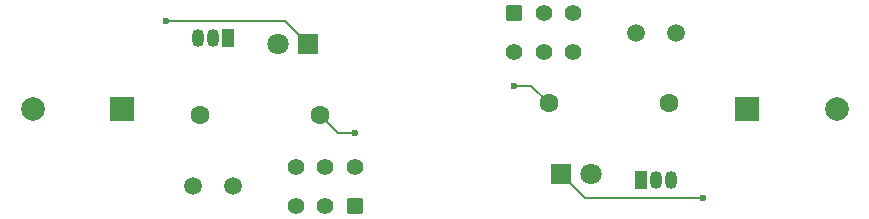
<source format=gbr>
%TF.GenerationSoftware,KiCad,Pcbnew,9.0.3*%
%TF.CreationDate,2025-07-21T22:41:49+05:30*%
%TF.ProjectId,ldr sensor.kicad_pc_boards,6c647220-7365-46e7-936f-722e6b696361,rev?*%
%TF.SameCoordinates,Original*%
%TF.FileFunction,Copper,L2,Bot*%
%TF.FilePolarity,Positive*%
%FSLAX46Y46*%
G04 Gerber Fmt 4.6, Leading zero omitted, Abs format (unit mm)*
G04 Created by KiCad (PCBNEW 9.0.3) date 2025-07-21 22:41:49*
%MOMM*%
%LPD*%
G01*
G04 APERTURE LIST*
G04 Aperture macros list*
%AMRoundRect*
0 Rectangle with rounded corners*
0 $1 Rounding radius*
0 $2 $3 $4 $5 $6 $7 $8 $9 X,Y pos of 4 corners*
0 Add a 4 corners polygon primitive as box body*
4,1,4,$2,$3,$4,$5,$6,$7,$8,$9,$2,$3,0*
0 Add four circle primitives for the rounded corners*
1,1,$1+$1,$2,$3*
1,1,$1+$1,$4,$5*
1,1,$1+$1,$6,$7*
1,1,$1+$1,$8,$9*
0 Add four rect primitives between the rounded corners*
20,1,$1+$1,$2,$3,$4,$5,0*
20,1,$1+$1,$4,$5,$6,$7,0*
20,1,$1+$1,$6,$7,$8,$9,0*
20,1,$1+$1,$8,$9,$2,$3,0*%
G04 Aperture macros list end*
%TA.AperFunction,ComponentPad*%
%ADD10R,1.050000X1.500000*%
%TD*%
%TA.AperFunction,ComponentPad*%
%ADD11O,1.050000X1.500000*%
%TD*%
%TA.AperFunction,ComponentPad*%
%ADD12C,1.500000*%
%TD*%
%TA.AperFunction,ComponentPad*%
%ADD13R,2.000000X2.000000*%
%TD*%
%TA.AperFunction,ComponentPad*%
%ADD14C,2.000000*%
%TD*%
%TA.AperFunction,ComponentPad*%
%ADD15RoundRect,0.250000X0.450000X0.450000X-0.450000X0.450000X-0.450000X-0.450000X0.450000X-0.450000X0*%
%TD*%
%TA.AperFunction,ComponentPad*%
%ADD16C,1.400000*%
%TD*%
%TA.AperFunction,ComponentPad*%
%ADD17R,1.800000X1.800000*%
%TD*%
%TA.AperFunction,ComponentPad*%
%ADD18C,1.800000*%
%TD*%
%TA.AperFunction,ComponentPad*%
%ADD19C,1.600000*%
%TD*%
%TA.AperFunction,ComponentPad*%
%ADD20RoundRect,0.250000X-0.450000X-0.450000X0.450000X-0.450000X0.450000X0.450000X-0.450000X0.450000X0*%
%TD*%
%TA.AperFunction,ViaPad*%
%ADD21C,0.600000*%
%TD*%
%TA.AperFunction,Conductor*%
%ADD22C,0.200000*%
%TD*%
G04 APERTURE END LIST*
D10*
%TO.P,Q1,1,C*%
%TO.N,Net-(BZ1--)*%
X123770000Y-84000000D03*
D11*
%TO.P,Q1,2,B*%
%TO.N,Net-(Q1-B)*%
X122500000Y-84000000D03*
%TO.P,Q1,3,E*%
%TO.N,Net-(Q1-E)*%
X121230000Y-84000000D03*
%TD*%
D12*
%TO.P,R2,1*%
%TO.N,Net-(Q1-B)*%
X124200000Y-96500000D03*
%TO.P,R2,2*%
%TO.N,Net-(Q1-E)*%
X120800000Y-96500000D03*
%TD*%
D13*
%TO.P,BZ1,1,+*%
%TO.N,Net-(BZ1-+)*%
X114800000Y-90000000D03*
D14*
%TO.P,BZ1,2,-*%
%TO.N,Net-(BZ1--)*%
X107200000Y-90000000D03*
%TD*%
D15*
%TO.P,SW1,1,A*%
%TO.N,Net-(Q1-E)*%
X134500000Y-98142500D03*
D16*
%TO.P,SW1,2,B*%
%TO.N,Net-(BT1--)*%
X132000000Y-98142500D03*
%TO.P,SW1,3,C*%
%TO.N,unconnected-(SW1-C-Pad3)*%
X129500000Y-98142500D03*
%TO.P,SW1,4*%
%TO.N,N/C*%
X129500000Y-94842500D03*
%TO.P,SW1,5*%
X132000000Y-94842500D03*
%TO.P,SW1,6*%
X134500000Y-94842500D03*
%TD*%
D17*
%TO.P,D1,1,K*%
%TO.N,Net-(BZ1-+)*%
X130540000Y-84500000D03*
D18*
%TO.P,D1,2,A*%
%TO.N,Net-(BT1-+)*%
X128000000Y-84500000D03*
%TD*%
D19*
%TO.P,R1,1*%
%TO.N,Net-(BT1-+)*%
X131580000Y-90500000D03*
%TO.P,R1,2*%
%TO.N,Net-(Q1-B)*%
X121420000Y-90500000D03*
%TD*%
D20*
%TO.P,SW1,1,A*%
%TO.N,Net-(Q1-E)*%
X148000000Y-81857500D03*
D16*
%TO.P,SW1,2,B*%
%TO.N,Net-(BT1--)*%
X150500000Y-81857500D03*
%TO.P,SW1,3,C*%
%TO.N,unconnected-(SW1-C-Pad3)*%
X153000000Y-81857500D03*
%TO.P,SW1,4*%
%TO.N,N/C*%
X153000000Y-85157500D03*
%TO.P,SW1,5*%
X150500000Y-85157500D03*
%TO.P,SW1,6*%
X148000000Y-85157500D03*
%TD*%
D13*
%TO.P,BZ1,1,+*%
%TO.N,Net-(BZ1-+)*%
X167700000Y-90000000D03*
D14*
%TO.P,BZ1,2,-*%
%TO.N,Net-(BZ1--)*%
X175300000Y-90000000D03*
%TD*%
D12*
%TO.P,R2,1*%
%TO.N,Net-(Q1-B)*%
X158300000Y-83500000D03*
%TO.P,R2,2*%
%TO.N,Net-(Q1-E)*%
X161700000Y-83500000D03*
%TD*%
D19*
%TO.P,R1,1*%
%TO.N,Net-(BT1-+)*%
X150920000Y-89500000D03*
%TO.P,R1,2*%
%TO.N,Net-(Q1-B)*%
X161080000Y-89500000D03*
%TD*%
D17*
%TO.P,D1,1,K*%
%TO.N,Net-(BZ1-+)*%
X151960000Y-95500000D03*
D18*
%TO.P,D1,2,A*%
%TO.N,Net-(BT1-+)*%
X154500000Y-95500000D03*
%TD*%
D10*
%TO.P,Q1,1,C*%
%TO.N,Net-(BZ1--)*%
X158730000Y-96000000D03*
D11*
%TO.P,Q1,2,B*%
%TO.N,Net-(Q1-B)*%
X160000000Y-96000000D03*
%TO.P,Q1,3,E*%
%TO.N,Net-(Q1-E)*%
X161270000Y-96000000D03*
%TD*%
D21*
%TO.N,Net-(BT1-+)*%
X134500000Y-92000000D03*
%TO.N,Net-(BZ1-+)*%
X118500000Y-82500000D03*
%TO.N,Net-(BT1-+)*%
X148000000Y-88000000D03*
%TO.N,Net-(BZ1-+)*%
X164000000Y-97500000D03*
%TD*%
D22*
%TO.N,Net-(BT1-+)*%
X133080000Y-92000000D02*
X131580000Y-90500000D01*
X134500000Y-92000000D02*
X133080000Y-92000000D01*
%TO.N,Net-(BZ1-+)*%
X118500000Y-82500000D02*
X128540000Y-82500000D01*
X128540000Y-82500000D02*
X130540000Y-84500000D01*
%TO.N,Net-(BT1-+)*%
X149420000Y-88000000D02*
X150920000Y-89500000D01*
X148000000Y-88000000D02*
X149420000Y-88000000D01*
%TO.N,Net-(BZ1-+)*%
X153960000Y-97500000D02*
X151960000Y-95500000D01*
X164000000Y-97500000D02*
X153960000Y-97500000D01*
%TD*%
M02*

</source>
